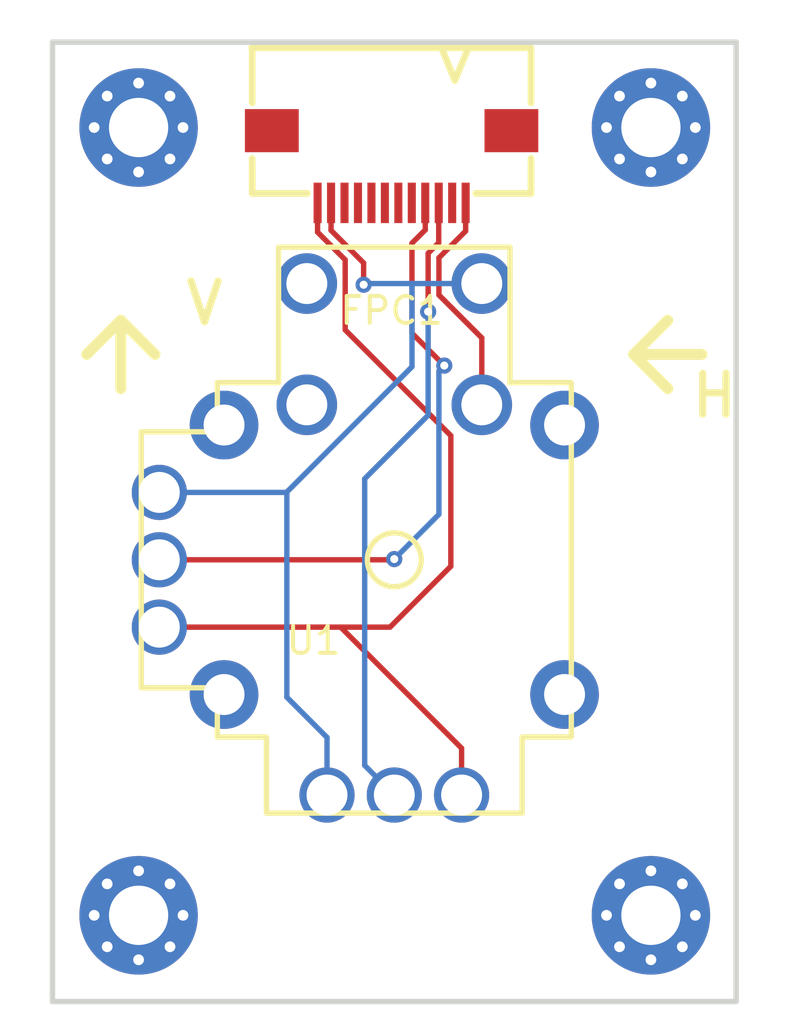
<source format=kicad_pcb>
(kicad_pcb (version 20241229) (generator "pcbnew") (generator_version "9.0")
  (title_block (title "PS5 Thumbstick Breakout Board") (date "2024-08-30") (rev "rev.01") (company "Author: Daniel Benoy") (comment 3 "https://creativecommons.org/licenses/by-sa/4.0/") (comment 4 "This hardware is licensed under Creative Commons ShareAlike 4.0 International"))
  (layers (0 "F.Cu" signal) (2 "B.Cu" signal) (13 "F.Paste" user) (15 "B.Paste" user) (5 "F.SilkS" user "F.Silkscreen") (7 "B.SilkS" user "B.Silkscreen") (1 "F.Mask" user) (3 "B.Mask" user) (25 "Edge.Cuts" user))
  (net 0 "")
  (net 1 "/VERT")
  (net 2 "GND")
  (net 3 "/HORZ")
  (net 4 "/SEL")
  (net 5 "VCC")
  (footprint "footprints:MountingHole_2.2mm_M2_Pad_Via" (layer "F.Cu") (at 140.5 87.946726)
    (property "Reference" "H1")
    (property "Value" "MountingHole")
    (pad "1" thru_hole circle (at -1.65 0) (size 0.7 0.7) (drill 0.4) (layers "*.Cu" "*.Mask"))
    (pad "1" thru_hole circle (at -1.166726 -1.166726) (size 0.7 0.7) (drill 0.4) (layers "*.Cu" "*.Mask"))
    (pad "1" thru_hole circle (at -1.166726 1.166726) (size 0.7 0.7) (drill 0.4) (layers "*.Cu" "*.Mask"))
    (pad "1" thru_hole circle (at 0 -1.65) (size 0.7 0.7) (drill 0.4) (layers "*.Cu" "*.Mask"))
    (pad "1" thru_hole circle (at 0 0) (size 4.4 4.4) (drill 2.2) (layers "*.Cu" "*.Mask"))
    (pad "1" thru_hole circle (at 0 1.65) (size 0.7 0.7) (drill 0.4) (layers "*.Cu" "*.Mask"))
    (pad "1" thru_hole circle (at 1.166726 -1.166726) (size 0.7 0.7) (drill 0.4) (layers "*.Cu" "*.Mask"))
    (pad "1" thru_hole circle (at 1.166726 1.166726) (size 0.7 0.7) (drill 0.4) (layers "*.Cu" "*.Mask"))
    (pad "1" thru_hole circle (at 1.65 0) (size 0.7 0.7) (drill 0.4) (layers "*.Cu" "*.Mask"))
  )
  (footprint "thumbstick-breakout:Joystick" (layer "F.Cu") (at 150 103.987 180)
    (property "Reference" "U1" (at 3 -3 0) (layer "F.SilkS"))
    (property "Value" "~" (hide yes))
    (fp_circle (center 0 0) (end 1 0) (stroke (width 0.2)) (fill no) (layer "F.SilkS"))
    (fp_poly (pts (xy -4.75 -9.4) (xy 4.75 -9.4) (xy 4.75 -6.575) (xy 6.575 -6.575) (xy 6.575 -4.75) (xy 9.4 -4.75) (xy 9.4 4.75) (xy 6.575 4.75) (xy 6.575 6.575) (xy 4.3 6.575) (xy 4.3 11.6) (xy -4.3 11.6) (xy -4.3 6.575) (xy -6.575 6.575) (xy -6.575 -6.575) (xy -4.75 -6.575)) (stroke (width 0.2)) (fill no) (layer "F.SilkS"))
    (pad "" thru_hole circle (at -6.325 -5 180) (size 2.55 2.55) (drill 1.52) (layers "*.Cu" "*.Mask"))
    (pad "" thru_hole circle (at -6.325 5 180) (size 2.55 2.55) (drill 1.52) (layers "*.Cu" "*.Mask"))
    (pad "" thru_hole circle (at 6.325 -5 180) (size 2.55 2.55) (drill 1.52) (layers "*.Cu" "*.Mask"))
    (pad "" thru_hole circle (at 6.325 5 180) (size 2.55 2.55) (drill 1.52) (layers "*.Cu" "*.Mask"))
    (pad "1" thru_hole circle (at 2.5 -8.73 180) (size 2.05 2.05) (drill 1.52) (layers "*.Cu" "*.Mask") (net 2 "GND"))
    (pad "1'" thru_hole circle (at 8.73 2.5 180) (size 2.05 2.05) (drill 1.52) (layers "*.Cu" "*.Mask") (net 2 "GND"))
    (pad "2" thru_hole circle (at 0 -8.73 180) (size 2.05 2.05) (drill 1.52) (layers "*.Cu" "*.Mask") (net 3 "/HORZ"))
    (pad "2'" thru_hole circle (at 8.73 0 180) (size 2.05 2.05) (drill 1.52) (layers "*.Cu" "*.Mask") (net 1 "/VERT"))
    (pad "3" thru_hole circle (at -2.5 -8.73 180) (size 2.05 2.05) (drill 1.52) (layers "*.Cu" "*.Mask") (net 5 "VCC"))
    (pad "3'" thru_hole circle (at 8.73 -2.5 180) (size 2.05 2.05) (drill 1.52) (layers "*.Cu" "*.Mask") (net 5 "VCC"))
    (pad "a" thru_hole circle (at -3.25 5.75 180) (size 2.25 2.25) (drill 1.52) (layers "*.Cu" "*.Mask") (net 4 "/SEL"))
    (pad "b" thru_hole circle (at 3.25 5.75 180) (size 2.25 2.25) (drill 1.52) (layers "*.Cu" "*.Mask"))
    (pad "c" thru_hole circle (at -3.25 10.25 180) (size 2.25 2.25) (drill 1.52) (layers "*.Cu" "*.Mask") (net 2 "GND"))
    (pad "d" thru_hole circle (at 3.25 10.25 180) (size 2.25 2.25) (drill 1.52) (layers "*.Cu" "*.Mask"))
  )
  (footprint "easyeda2kicad:FPC-SMD_AFC01-S12FCC-00" (layer "F.Cu") (at 149.9 89.4025 180)
    (property "Reference" "FPC1" (at 0 -5.34 0) (layer "F.SilkS"))
    (property "Value" "AFC01-S12FCC-00")
    (fp_line (start 5.18 2.37) (end 5.18 4.41) (stroke (width 0.25)) (layer "F.SilkS"))
    (fp_line (start 5.18 -0.76) (end 5.18 0.31) (stroke (width 0.25)) (layer "F.SilkS"))
    (fp_line (start 5.18 -0.99) (end 5.18 0.08) (stroke (width 0.25)) (layer "F.SilkS"))
    (fp_line (start 3.13 -0.99) (end 5.18 -0.99) (stroke (width 0.25)) (layer "F.SilkS"))
    (fp_line (start -1.86 4.4) (end -2.35 3.2) (stroke (width 0.25)) (layer "F.SilkS"))
    (fp_line (start -2.35 3.2) (end -2.85 4.41) (stroke (width 0.25)) (layer "F.SilkS"))
    (fp_line (start -5.18 4.41) (end 5.2 4.41) (stroke (width 0.25)) (layer "F.SilkS"))
    (fp_line (start -5.18 2.37) (end -5.18 4.41) (stroke (width 0.25)) (layer "F.SilkS"))
    (fp_line (start -5.18 -0.76) (end -5.18 0.31) (stroke (width 0.25)) (layer "F.SilkS"))
    (fp_line (start -5.18 -0.99) (end -3.13 -0.99) (stroke (width 0.25)) (layer "F.SilkS"))
    (fp_line (start -5.18 -0.99) (end -5.18 0.08) (stroke (width 0.25)) (layer "F.SilkS"))
    (pad "1" smd rect (at -2.75 -1.34 180) (size 0.3 1.5) (layers "F.Cu" "F.Mask" "F.Paste") (net 4 "/SEL"))
    (pad "2" smd rect (at -2.25 -1.34 180) (size 0.3 1.5) (layers "F.Cu" "F.Mask" "F.Paste"))
    (pad "3" smd rect (at -1.75 -1.34 180) (size 0.3 1.5) (layers "F.Cu" "F.Mask" "F.Paste") (net 3 "/HORZ"))
    (pad "4" smd rect (at -1.25 -1.34 180) (size 0.3 1.5) (layers "F.Cu" "F.Mask" "F.Paste") (net 1 "/VERT"))
    (pad "5" smd rect (at -0.75 -1.34 180) (size 0.3 1.5) (layers "F.Cu" "F.Mask" "F.Paste"))
    (pad "6" smd rect (at -0.25 -1.34 180) (size 0.3 1.5) (layers "F.Cu" "F.Mask" "F.Paste"))
    (pad "7" smd rect (at 0.25 -1.34 180) (size 0.3 1.5) (layers "F.Cu" "F.Mask" "F.Paste"))
    (pad "8" smd rect (at 0.75 -1.34 180) (size 0.3 1.5) (layers "F.Cu" "F.Mask" "F.Paste"))
    (pad "9" smd rect (at 1.25 -1.34 180) (size 0.3 1.5) (layers "F.Cu" "F.Mask" "F.Paste"))
    (pad "10" smd rect (at 1.75 -1.34 180) (size 0.3 1.5) (layers "F.Cu" "F.Mask" "F.Paste"))
    (pad "11" smd rect (at 2.25 -1.34 180) (size 0.3 1.5) (layers "F.Cu" "F.Mask" "F.Paste") (net 2 "GND"))
    (pad "12" smd rect (at 2.75 -1.34 180) (size 0.3 1.5) (layers "F.Cu" "F.Mask" "F.Paste") (net 5 "VCC"))
    (pad "13" smd rect (at -4.45 1.34 180) (size 2 1.6) (layers "F.Cu" "F.Mask" "F.Paste"))
    (pad "14" smd rect (at 4.45 1.34) (size 2 1.6) (layers "F.Cu" "F.Mask" "F.Paste"))
  )
  (footprint "footprints:MountingHole_2.2mm_M2_Pad_Via" (layer "F.Cu") (at 159.533274 117.18)
    (property "Reference" "H4")
    (property "Value" "MountingHole")
    (pad "1" thru_hole circle (at -1.65 0) (size 0.7 0.7) (drill 0.4) (layers "*.Cu" "*.Mask"))
    (pad "1" thru_hole circle (at -1.166726 -1.166726) (size 0.7 0.7) (drill 0.4) (layers "*.Cu" "*.Mask"))
    (pad "1" thru_hole circle (at -1.166726 1.166726) (size 0.7 0.7) (drill 0.4) (layers "*.Cu" "*.Mask"))
    (pad "1" thru_hole circle (at 0 -1.65) (size 0.7 0.7) (drill 0.4) (layers "*.Cu" "*.Mask"))
    (pad "1" thru_hole circle (at 0 0) (size 4.4 4.4) (drill 2.2) (layers "*.Cu" "*.Mask"))
    (pad "1" thru_hole circle (at 0 1.65) (size 0.7 0.7) (drill 0.4) (layers "*.Cu" "*.Mask"))
    (pad "1" thru_hole circle (at 1.166726 -1.166726) (size 0.7 0.7) (drill 0.4) (layers "*.Cu" "*.Mask"))
    (pad "1" thru_hole circle (at 1.166726 1.166726) (size 0.7 0.7) (drill 0.4) (layers "*.Cu" "*.Mask"))
    (pad "1" thru_hole circle (at 1.65 0) (size 0.7 0.7) (drill 0.4) (layers "*.Cu" "*.Mask"))
  )
  (footprint "footprints:MountingHole_2.2mm_M2_Pad_Via" (layer "F.Cu") (at 159.533274 87.946726)
    (property "Reference" "H2")
    (property "Value" "MountingHole")
    (pad "1" thru_hole circle (at -1.65 0) (size 0.7 0.7) (drill 0.4) (layers "*.Cu" "*.Mask"))
    (pad "1" thru_hole circle (at -1.166726 -1.166726) (size 0.7 0.7) (drill 0.4) (layers "*.Cu" "*.Mask"))
    (pad "1" thru_hole circle (at -1.166726 1.166726) (size 0.7 0.7) (drill 0.4) (layers "*.Cu" "*.Mask"))
    (pad "1" thru_hole circle (at 0 -1.65) (size 0.7 0.7) (drill 0.4) (layers "*.Cu" "*.Mask"))
    (pad "1" thru_hole circle (at 0 0) (size 4.4 4.4) (drill 2.2) (layers "*.Cu" "*.Mask"))
    (pad "1" thru_hole circle (at 0 1.65) (size 0.7 0.7) (drill 0.4) (layers "*.Cu" "*.Mask"))
    (pad "1" thru_hole circle (at 1.166726 -1.166726) (size 0.7 0.7) (drill 0.4) (layers "*.Cu" "*.Mask"))
    (pad "1" thru_hole circle (at 1.166726 1.166726) (size 0.7 0.7) (drill 0.4) (layers "*.Cu" "*.Mask"))
    (pad "1" thru_hole circle (at 1.65 0) (size 0.7 0.7) (drill 0.4) (layers "*.Cu" "*.Mask"))
  )
  (footprint "footprints:MountingHole_2.2mm_M2_Pad_Via" (layer "F.Cu") (at 140.5 117.18)
    (property "Reference" "H3")
    (property "Value" "MountingHole")
    (pad "1" thru_hole circle (at -1.65 0) (size 0.7 0.7) (drill 0.4) (layers "*.Cu" "*.Mask"))
    (pad "1" thru_hole circle (at -1.166726 -1.166726) (size 0.7 0.7) (drill 0.4) (layers "*.Cu" "*.Mask"))
    (pad "1" thru_hole circle (at -1.166726 1.166726) (size 0.7 0.7) (drill 0.4) (layers "*.Cu" "*.Mask"))
    (pad "1" thru_hole circle (at 0 -1.65) (size 0.7 0.7) (drill 0.4) (layers "*.Cu" "*.Mask"))
    (pad "1" thru_hole circle (at 0 0) (size 4.4 4.4) (drill 2.2) (layers "*.Cu" "*.Mask"))
    (pad "1" thru_hole circle (at 0 1.65) (size 0.7 0.7) (drill 0.4) (layers "*.Cu" "*.Mask"))
    (pad "1" thru_hole circle (at 1.166726 -1.166726) (size 0.7 0.7) (drill 0.4) (layers "*.Cu" "*.Mask"))
    (pad "1" thru_hole circle (at 1.166726 1.166726) (size 0.7 0.7) (drill 0.4) (layers "*.Cu" "*.Mask"))
    (pad "1" thru_hole circle (at 1.65 0) (size 0.7 0.7) (drill 0.4) (layers "*.Cu" "*.Mask"))
  )
  (gr_line (start 158.89 96.367) (end 160.16 95.097) (stroke (width 0.4064)) (layer "F.SilkS"))
  (gr_line (start 139.84 95.097) (end 141.11 96.367) (stroke (width 0.4064)) (layer "F.SilkS"))
  (gr_line (start 161.43 96.367) (end 158.89 96.367) (stroke (width 0.4064)) (layer "F.SilkS"))
  (gr_line (start 139.84 95.097) (end 138.57 96.367) (stroke (width 0.4064)) (layer "F.SilkS"))
  (gr_line (start 158.89 96.367) (end 160.16 97.637) (stroke (width 0.4064)) (layer "F.SilkS"))
  (gr_line (start 139.84 97.637) (end 139.84 95.097) (stroke (width 0.4064)) (layer "F.SilkS"))
  (gr_line (start 137.3 84.78) (end 137.3 120.38) (stroke (width 0.2032)) (layer "Edge.Cuts"))
  (gr_line (start 162.7 84.78) (end 137.3 84.78) (stroke (width 0.2032)) (layer "Edge.Cuts"))
  (gr_line (start 137.3 120.38) (end 162.7 120.38) (stroke (width 0.2032)) (layer "Edge.Cuts"))
  (gr_line (start 162.7 120.38) (end 162.7 84.78) (stroke (width 0.2032)) (layer "Edge.Cuts"))
  (gr_text "V" (at 142.126 95.351 0) (layer "F.SilkS") (effects (font (size 1.5113 1.5113) (thickness 0.2667)) (justify left bottom)))
  (gr_text "H" (at 160.922 98.78 0) (layer "F.SilkS") (effects (font (size 1.5113 1.5113) (thickness 0.2667)) (justify left bottom)))
  (segment (start 150.656 92.2385) (end 151.15 91.7445) (width 0.2) (layer "F.Cu") (net 1))
  (segment (start 149.918979 103.961021) (end 149.893 103.987) (width 0.2) (layer "F.Cu") (net 1))
  (segment (start 149.893 103.987) (end 141.27 103.987) (width 0.2) (layer "F.Cu") (net 1))
  (segment (start 150.656 95.579) (end 150.656 92.2385) (width 0.2) (layer "F.Cu") (net 1))
  (segment (start 151.15 91.7445) (end 151.15 90.7425) (width 0.2) (layer "F.Cu") (net 1))
  (segment (start 149.998297 103.961021) (end 149.918979 103.961021) (width 0.2) (layer "F.Cu") (net 1))
  (segment (start 151.857 96.78) (end 150.656 95.579) (width 0.2) (layer "F.Cu") (net 1))
  (via (at 151.857 96.78) (size 0.6) (drill 0.3) (layers "F.Cu" "B.Cu") (net 1))
  (via (at 149.998297 103.961021) (size 0.6) (drill 0.3) (layers "F.Cu" "B.Cu") (net 1))
  (segment (start 151.657 102.302318) (end 149.998297 103.961021) (width 0.2) (layer "B.Cu") (net 1))
  (segment (start 151.657 102.302318) (end 151.657 96.98) (width 0.2) (layer "B.Cu") (net 1))
  (segment (start 151.657 96.98) (end 151.857 96.78) (width 0.2) (layer "B.Cu") (net 1))
  (segment (start 148.86 93.78) (end 148.86 92.9729) (width 0.2) (layer "F.Cu") (net 2))
  (segment (start 148.86 92.9729) (end 147.65 91.7629) (width 0.2) (layer "F.Cu") (net 2))
  (segment (start 148.86 93.78) (end 148.96 93.68) (width 0.2) (layer "F.Cu") (net 2))
  (segment (start 147.65 91.7629) (end 147.65 90.7425) (width 0.2) (layer "F.Cu") (net 2))
  (via (at 148.86 93.78) (size 0.6) (drill 0.3) (layers "F.Cu" "B.Cu") (net 2))
  (segment (start 148.86 93.78) (end 148.903 93.737) (width 0.2) (layer "B.Cu") (net 2))
  (segment (start 146.007 109.087) (end 147.5 110.58) (width 0.2) (layer "B.Cu") (net 2))
  (segment (start 150.657 93.737) (end 150.657 96.823) (width 0.2) (layer "B.Cu") (net 2))
  (segment (start 146.007 101.487) (end 146.007 109.087) (width 0.2) (layer "B.Cu") (net 2))
  (segment (start 146.007 101.487) (end 141.27 101.487) (width 0.2) (layer "B.Cu") (net 2))
  (segment (start 147.5 110.58) (end 147.5 112.717) (width 0.2) (layer "B.Cu") (net 2))
  (segment (start 150.657 93.737) (end 153.25 93.737) (width 0.2) (layer "B.Cu") (net 2))
  (segment (start 146.007 101.473) (end 146.007 101.487) (width 0.2) (layer "B.Cu") (net 2))
  (segment (start 148.903 93.737) (end 150.657 93.737) (width 0.2) (layer "B.Cu") (net 2))
  (segment (start 150.657 96.823) (end 146.007 101.473) (width 0.2) (layer "B.Cu") (net 2))
  (segment (start 151.257 92.6139) (end 151.65 92.2209) (width 0.2) (layer "F.Cu") (net 3))
  (segment (start 151.65 92.2209) (end 151.65 90.7425) (width 0.2) (layer "F.Cu") (net 3))
  (segment (start 151.257 94.78) (end 151.257 92.6139) (width 0.2) (layer "F.Cu") (net 3))
  (via (at 151.257 94.78) (size 0.6) (drill 0.3) (layers "F.Cu" "B.Cu") (net 3))
  (segment (start 148.9 100.98) (end 148.9 111.617) (width 0.2) (layer "B.Cu") (net 3))
  (segment (start 151.257 94.78) (end 151.257 98.623) (width 0.2) (layer "B.Cu") (net 3))
  (segment (start 148.9 111.617) (end 150 112.717) (width 0.2) (layer "B.Cu") (net 3))
  (segment (start 151.257 98.623) (end 148.9 100.98) (width 0.2) (layer "B.Cu") (net 3))
  (segment (start 153.25 98.237) (end 153.25 95.753669) (width 0.2) (layer "F.Cu") (net 4))
  (segment (start 152.65 91.788) (end 152.65 90.7425) (width 0.2) (layer "F.Cu") (net 4))
  (segment (start 151.658 94.161669) (end 151.658 92.78) (width 0.2) (layer "F.Cu") (net 4))
  (segment (start 151.658 92.78) (end 152.65 91.788) (width 0.2) (layer "F.Cu") (net 4))
  (segment (start 153.25 95.753669) (end 151.658 94.161669) (width 0.2) (layer "F.Cu") (net 4))
  (segment (start 148.175 95.455) (end 148.175 92.855) (width 0.2) (layer "F.Cu") (net 5))
  (segment (start 149.841529 106.487) (end 152.1 104.228529) (width 0.2) (layer "F.Cu") (net 5))
  (segment (start 148.007 106.487) (end 141.27 106.487) (width 0.2) (layer "F.Cu") (net 5))
  (segment (start 148.175 92.855) (end 147.15 91.83) (width 0.2) (layer "F.Cu") (net 5))
  (segment (start 148.007 106.487) (end 149.841529 106.487) (width 0.2) (layer "F.Cu") (net 5))
  (segment (start 152.5 110.98) (end 148.007 106.487) (width 0.2) (layer "F.Cu") (net 5))
  (segment (start 152.5 112.717) (end 152.5 110.98) (width 0.2) (layer "F.Cu") (net 5))
  (segment (start 152.1 99.38) (end 148.175 95.455) (width 0.2) (layer "F.Cu") (net 5))
  (segment (start 147.15 91.83) (end 147.15 90.7425) (width 0.2) (layer "F.Cu") (net 5))
  (segment (start 152.1 104.228529) (end 152.1 99.38) (width 0.2) (layer "F.Cu") (net 5))
)
</source>
